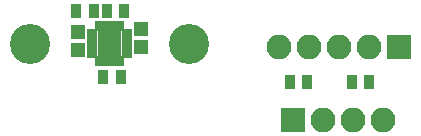
<source format=gbr>
G04 #@! TF.FileFunction,Soldermask,Bot*
%FSLAX46Y46*%
G04 Gerber Fmt 4.6, Leading zero omitted, Abs format (unit mm)*
G04 Created by KiCad (PCBNEW 4.0.6) date 09/09/17 15:49:22*
%MOMM*%
%LPD*%
G01*
G04 APERTURE LIST*
%ADD10C,0.100000*%
%ADD11C,3.400000*%
%ADD12R,1.150000X1.200000*%
%ADD13R,2.100000X2.100000*%
%ADD14O,2.100000X2.100000*%
%ADD15R,0.900000X1.300000*%
%ADD16R,0.600000X0.950000*%
%ADD17R,0.950000X0.600000*%
%ADD18R,1.200000X1.275000*%
G04 APERTURE END LIST*
D10*
D11*
X161770000Y-69500000D03*
X175230000Y-69500000D03*
D12*
X165800000Y-70050000D03*
X165800000Y-68550000D03*
X171196000Y-68274500D03*
X171196000Y-69774500D03*
D13*
X193000000Y-69750000D03*
D14*
X190460000Y-69750000D03*
X187920000Y-69750000D03*
X185380000Y-69750000D03*
X182840000Y-69750000D03*
D13*
X184000000Y-76000000D03*
D14*
X186540000Y-76000000D03*
X189080000Y-76000000D03*
X191620000Y-76000000D03*
D15*
X189000000Y-72750000D03*
X190500000Y-72750000D03*
X183750000Y-72750000D03*
X185250000Y-72750000D03*
X169450000Y-72300000D03*
X167950000Y-72300000D03*
X169750000Y-66700000D03*
X168250000Y-66700000D03*
X167150000Y-66700000D03*
X165650000Y-66700000D03*
D16*
X167500000Y-68000000D03*
X167900000Y-68000000D03*
X168300000Y-68000000D03*
X168700000Y-68000000D03*
X169100000Y-68000000D03*
X169500000Y-68000000D03*
D17*
X170000000Y-68500000D03*
X170000000Y-68900000D03*
X170000000Y-69300000D03*
X170000000Y-69700000D03*
X170000000Y-70100000D03*
X170000000Y-70500000D03*
D16*
X169500000Y-71000000D03*
X169100000Y-71000000D03*
X168700000Y-71000000D03*
X168300000Y-71000000D03*
X167900000Y-71000000D03*
X167500000Y-71000000D03*
D17*
X167000000Y-70500000D03*
X167000000Y-70100000D03*
X167000000Y-69700000D03*
X167000000Y-69300000D03*
X167000000Y-68900000D03*
X167000000Y-68500000D03*
D18*
X168900000Y-69935000D03*
X168100000Y-69935000D03*
X168900000Y-69065000D03*
X168100000Y-69065000D03*
M02*

</source>
